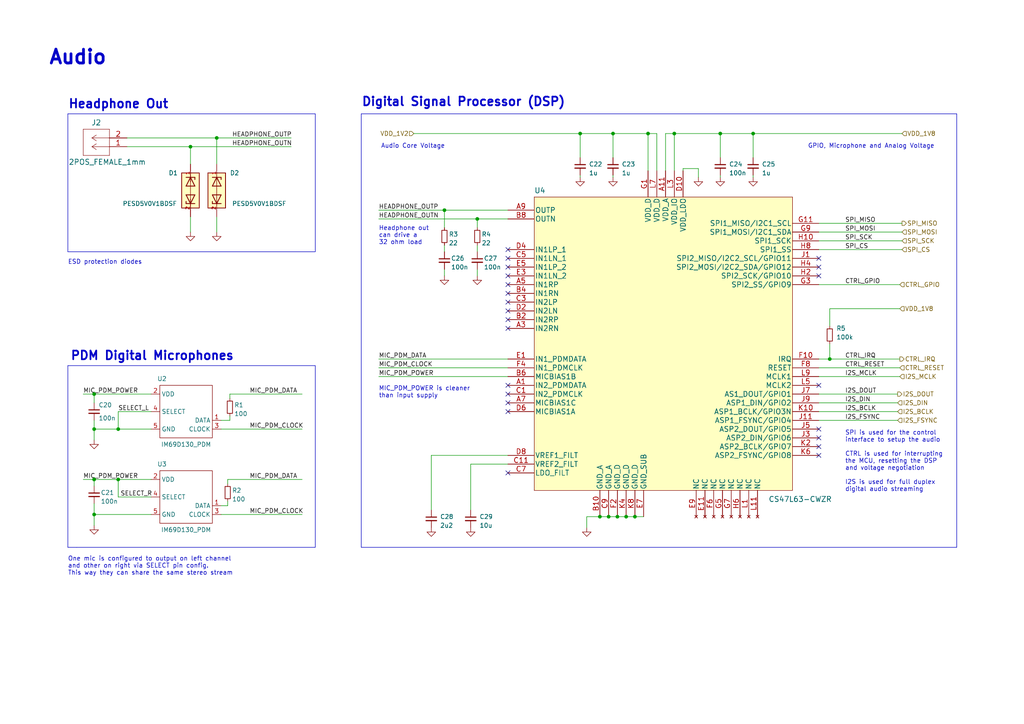
<source format=kicad_sch>
(kicad_sch (version 20231120) (generator "eeschema") (generator_version "8.0")
  (paper "A4")
  (title_block (title "Audio") (date "2023-04-03") (rev "0.1") (company "Yote"))
  (lib_symbols
    (symbol "Connector_Custom:BC075-02-A-L-A" (pin_names (offset 0.254) hide)
      (property "Reference" "J" (at 0 5.588 0))
      (property "Value" "BC075-02-A-L-A" (at 1.27 1.016 0))
      (symbol "BC075-02-A-L-A_1_1"
        (polyline (pts (xy -3.81 -3.81) (xy 3.81 -3.81)) (stroke (width 0.127)))
        (polyline (pts (xy -3.81 3.81) (xy -3.81 -3.81)) (stroke (width 0.127)))
        (polyline (pts (xy 1.27 -1.27) (xy -3.81 -1.27)) (stroke (width 0.127)))
        (polyline (pts (xy 1.27 -1.27) (xy 0 -2.1082)) (stroke (width 0.127)))
        (polyline (pts (xy 1.27 -1.27) (xy 0 -0.4318)) (stroke (width 0.127)))
        (polyline (pts (xy 1.27 1.27) (xy -3.81 1.27)) (stroke (width 0.127)))
        (polyline (pts (xy 1.27 1.27) (xy 0 0.4318)) (stroke (width 0.127)))
        (polyline (pts (xy 1.27 1.27) (xy 0 2.1082)) (stroke (width 0.127)))
        (polyline (pts (xy 3.81 -3.81) (xy 3.81 3.81)) (stroke (width 0.127)))
        (polyline (pts (xy 3.81 3.81) (xy -3.81 3.81)) (stroke (width 0.127)))
        (pin unspecified line (at -8.89 1.27 0) (length 5.08) (name "1") (number "1"))
        (pin unspecified line (at -8.89 -1.27 0) (length 5.08) (name "2") (number "2"))
      )
    )
    (symbol "DSP_Cirrus:CS47L63-CWZR" (pin_names (offset 0.254))
      (property "Reference" "U" (at -36.83 41.91 0))
      (property "Value" "CS47L63-CWZR" (at 40.64 -49.53 0))
      (symbol "CS47L63-CWZR_1_1"
        (rectangle (start -38.1 39.37) (end 36.83 -45.72) (fill (type background)))
        (pin input line (at -45.72 -15.24 0) (length 7.62) (name "IN2_PDMDATA") (number "A1"))
        (pin power_in line (at 0 46.99 270) (length 7.62) (name "VDD_A") (number "A11"))
        (pin input line (at -45.72 1.27 0) (length 7.62) (name "IN2RN") (number "A3"))
        (pin input line (at -45.72 13.97 0) (length 7.62) (name "IN1RP") (number "A5"))
        (pin power_out line (at -45.72 -20.32 0) (length 7.62) (name "MICBIAS1C") (number "A7"))
        (pin output line (at -45.72 35.56 0) (length 7.62) (name "OUTP") (number "A9"))
        (pin power_in line (at -19.05 -53.34 90) (length 7.62) (name "GND_A") (number "B10"))
        (pin input line (at -45.72 3.81 0) (length 7.62) (name "IN2RP") (number "B2"))
        (pin input line (at -45.72 11.43 0) (length 7.62) (name "IN1RN") (number "B4"))
        (pin power_out line (at -45.72 -12.7 0) (length 7.62) (name "MICBIAS1B") (number "B6"))
        (pin output line (at -45.72 33.02 0) (length 7.62) (name "OUTN") (number "B8"))
        (pin output line (at -45.72 -17.78 0) (length 7.62) (name "IN2_PDMCLK") (number "C1"))
        (pin power_out line (at -45.72 -38.1 0) (length 7.62) (name "VREF2_FILT") (number "C11"))
        (pin input line (at -45.72 8.89 0) (length 7.62) (name "IN2LP") (number "C3"))
        (pin input line (at -45.72 21.59 0) (length 7.62) (name "IN1LN_1") (number "C5"))
        (pin power_out line (at -45.72 -40.64 0) (length 7.62) (name "LDO_FILT") (number "C7"))
        (pin power_in line (at -16.51 -53.34 90) (length 7.62) (name "GND_A") (number "C9"))
        (pin power_in line (at 5.08 46.99 270) (length 7.62) (name "VDD_LDO") (number "D10"))
        (pin input line (at -45.72 6.35 0) (length 7.62) (name "IN2LN") (number "D2"))
        (pin input line (at -45.72 24.13 0) (length 7.62) (name "IN1LP_1") (number "D4"))
        (pin power_out line (at -45.72 -22.86 0) (length 7.62) (name "MICBIAS1A") (number "D6"))
        (pin power_out line (at -45.72 -35.56 0) (length 7.62) (name "VREF1_FILT") (number "D8"))
        (pin input line (at -45.72 -7.62 0) (length 7.62) (name "IN1_PDMDATA") (number "E1"))
        (pin no_connect line (at 11.43 -53.34 90) (length 7.62) (name "NC") (number "E11"))
        (pin input line (at -45.72 16.51 0) (length 7.62) (name "IN1LN_2") (number "E3"))
        (pin input line (at -45.72 19.05 0) (length 7.62) (name "IN1LP_2") (number "E5"))
        (pin power_in line (at -6.35 -53.34 90) (length 7.62) (name "GND_SUB") (number "E7"))
        (pin no_connect line (at 8.89 -53.34 90) (length 7.62) (name "NC") (number "E9"))
        (pin output line (at 44.45 -7.62 180) (length 7.62) (name "IRQ") (number "F10"))
        (pin power_in line (at -13.97 -53.34 90) (length 7.62) (name "GND_D") (number "F2"))
        (pin output line (at -45.72 -10.16 0) (length 7.62) (name "IN1_PDMCLK") (number "F4"))
        (pin no_connect line (at 13.97 -53.34 90) (length 7.62) (name "NC") (number "F6"))
        (pin input line (at 44.45 -10.16 180) (length 7.62) (name "RESET") (number "F8"))
        (pin power_in line (at -5.08 46.99 270) (length 7.62) (name "VDD_D") (number "G1"))
        (pin bidirectional line (at 44.45 31.75 180) (length 7.62) (name "SPI1_MISO/I2C1_SCL") (number "G11"))
        (pin bidirectional line (at 44.45 13.97 180) (length 7.62) (name "SPI2_SS/GPIO9") (number "G3"))
        (pin no_connect line (at 16.51 -53.34 90) (length 7.62) (name "NC") (number "G5"))
        (pin no_connect line (at 19.05 -53.34 90) (length 7.62) (name "NC") (number "G7"))
        (pin bidirectional line (at 44.45 29.21 180) (length 7.62) (name "SPI1_MOSI/I2C1_SDA") (number "G9"))
        (pin input line (at 44.45 26.67 180) (length 7.62) (name "SPI1_SCK") (number "H10"))
        (pin bidirectional line (at 44.45 16.51 180) (length 7.62) (name "SPI2_SCK/GPIO10") (number "H2"))
        (pin bidirectional line (at 44.45 19.05 180) (length 7.62) (name "SPI2_MOSI/I2C2_SDA/GPIO12") (number "H4"))
        (pin no_connect line (at 21.59 -53.34 90) (length 7.62) (name "NC") (number "H6"))
        (pin input line (at 44.45 24.13 180) (length 7.62) (name "SPI1_SS") (number "H8"))
        (pin bidirectional line (at 44.45 21.59 180) (length 7.62) (name "SPI2_MISO/I2C2_SCL/GPIO11") (number "J1"))
        (pin bidirectional line (at 44.45 -25.4 180) (length 7.62) (name "ASP1_FSYNC/GPIO4") (number "J11"))
        (pin bidirectional line (at 44.45 -30.48 180) (length 7.62) (name "ASP2_DIN/GPIO6") (number "J3"))
        (pin bidirectional line (at 44.45 -27.94 180) (length 7.62) (name "ASP2_DOUT/GPIO5") (number "J5"))
        (pin output line (at 44.45 -17.78 180) (length 7.62) (name "AS1_DOUT/GPIO1") (number "J7"))
        (pin input line (at 44.45 -20.32 180) (length 7.62) (name "ASP1_DIN/GPIO2") (number "J9"))
        (pin bidirectional line (at 44.45 -22.86 180) (length 7.62) (name "ASP1_BCLK/GPIO3N") (number "K10"))
        (pin bidirectional line (at 44.45 -33.02 180) (length 7.62) (name "ASP2_BCLK/GPIO7") (number "K2"))
        (pin power_in line (at -11.43 -53.34 90) (length 7.62) (name "GND_D") (number "K4"))
        (pin bidirectional line (at 44.45 -35.56 180) (length 7.62) (name "ASP2_FSYNC/GPIO8") (number "K6"))
        (pin power_in line (at -8.89 -53.34 90) (length 7.62) (name "GND_D") (number "K8"))
        (pin no_connect line (at 24.13 -53.34 90) (length 7.62) (name "NC") (number "L1"))
        (pin no_connect line (at 26.67 -53.34 90) (length 7.62) (name "NC") (number "L11"))
        (pin power_in line (at 2.54 46.99 270) (length 7.62) (name "VDD_IO") (number "L3"))
        (pin input line (at 44.45 -15.24 180) (length 7.62) (name "MCLK2") (number "L5"))
        (pin power_in line (at -2.54 46.99 270) (length 7.62) (name "VDD_D") (number "L7"))
        (pin input line (at 44.45 -12.7 180) (length 7.62) (name "MCLK1") (number "L9"))
      )
    )
    (symbol "Device:C_Small" (pin_numbers hide) (pin_names (offset 0.254) hide)
      (property "Reference" "C" (at 0.254 1.778 0))
      (property "Value" "C_Small" (at 0.254 -2.032 0))
      (symbol "C_Small_0_1"
        (polyline (pts (xy -1.524 -0.508) (xy 1.524 -0.508)) (stroke (width 0.3302)))
        (polyline (pts (xy -1.524 0.508) (xy 1.524 0.508)) (stroke (width 0.3048)))
      )
      (symbol "C_Small_1_1"
        (pin passive line (at 0 2.54 270) (length 2.032) (name "~") (number "1"))
        (pin passive line (at 0 -2.54 90) (length 2.032) (name "~") (number "2"))
      )
    )
    (symbol "Device:R_Small" (pin_numbers hide) (pin_names (offset 0.254) hide)
      (property "Reference" "R" (at 0.762 0.508 0))
      (property "Value" "R_Small" (at 0.762 -1.016 0))
      (symbol "R_Small_0_1"
        (rectangle (start -0.762 1.778) (end 0.762 -1.778) (stroke (width 0.2032)))
      )
      (symbol "R_Small_1_1"
        (pin passive line (at 0 2.54 270) (length 0.762) (name "~") (number "1"))
        (pin passive line (at 0 -2.54 90) (length 0.762) (name "~") (number "2"))
      )
    )
    (symbol "ESD_Protection_Custom:PESD5V0V1BDSF" (pin_names (offset 1.016))
      (property "Reference" "D" (at -4.826 4.445 0))
      (property "Value" "PESD5V0V1BDSF" (at -4.826 -5.969 0))
      (symbol "PESD5V0V1BDSF_0_0"
        (rectangle (start -5.08 2.54) (end 5.08 -2.54) (stroke (width 0.254)) (fill (type background)))
        (polyline (pts (xy -3.81 -1.27) (xy -3.81 0)) (stroke (width 0.254)))
        (polyline (pts (xy -3.81 0) (xy -3.81 1.27)) (stroke (width 0.254)))
        (polyline (pts (xy -3.81 0) (xy -1.27 -1.27)) (stroke (width 0.254)))
        (polyline (pts (xy -3.81 1.27) (xy -3.175 1.27)) (stroke (width 0.254)))
        (polyline (pts (xy -1.27 -1.27) (xy -1.27 1.27)) (stroke (width 0.254)))
        (polyline (pts (xy -1.27 1.27) (xy -3.81 0)) (stroke (width 0.254)))
        (polyline (pts (xy 1.27 -1.27) (xy 3.81 0)) (stroke (width 0.254)))
        (polyline (pts (xy 1.27 1.27) (xy 1.27 -1.27)) (stroke (width 0.254)))
        (polyline (pts (xy 2.54 0) (xy -2.54 0)) (stroke (width 0.1524)))
        (polyline (pts (xy 3.81 -1.27) (xy 3.175 -1.27)) (stroke (width 0.254)))
        (polyline (pts (xy 3.81 0) (xy 1.27 1.27)) (stroke (width 0.254)))
        (polyline (pts (xy 3.81 0) (xy 3.81 -1.27)) (stroke (width 0.254)))
        (polyline (pts (xy 3.81 1.27) (xy 3.81 0)) (stroke (width 0.254)))
        (pin passive line (at -7.62 0 0) (length 5.08) (name "~") (number "1"))
        (pin passive line (at 7.62 0 180) (length 5.08) (name "~") (number "2"))
      )
    )
    (symbol "IM69D130_PDM_1"
      (property "Reference" "U" (at -7.62 8.89 0))
      (property "Value" "IM69D130_PDM" (at 0 -8.89 0))
      (symbol "IM69D130_PDM_1_0_1"
        (rectangle (start -7.62 7.62) (end 7.62 -7.62))
        (rectangle (start -1.27 0) (end -1.27 0))
      )
      (symbol "IM69D130_PDM_1_1_1"
        (pin output line (at 10.16 -2.54 180) (length 2.54) (name "DATA") (number "1"))
        (pin power_in line (at -10.16 5.08 0) (length 2.54) (name "VDD") (number "2"))
        (pin input line (at 10.16 -5.08 180) (length 2.54) (name "CLOCK") (number "3"))
        (pin input line (at -10.16 0 0) (length 2.54) (name "SELECT") (number "4"))
        (pin power_in line (at -10.16 -5.08 0) (length 2.54) (name "GND") (number "5"))
      )
    )
    (symbol "Microphone_Custom:IM69D130_PDM"
      (property "Reference" "U" (at -7.62 8.89 0))
      (property "Value" "IM69D130_PDM" (at 0 -8.89 0))
      (symbol "IM69D130_PDM_0_1"
        (rectangle (start -7.62 7.62) (end 7.62 -7.62))
        (rectangle (start -1.27 0) (end -1.27 0))
      )
      (symbol "IM69D130_PDM_1_1"
        (pin output line (at 10.16 -2.54 180) (length 2.54) (name "DATA") (number "1"))
        (pin power_in line (at -10.16 5.08 0) (length 2.54) (name "VDD") (number "2"))
        (pin input line (at 10.16 -5.08 180) (length 2.54) (name "CLOCK") (number "3"))
        (pin input line (at -10.16 0 0) (length 2.54) (name "SELECT") (number "4"))
        (pin power_in line (at -10.16 -5.08 0) (length 2.54) (name "GND") (number "5"))
      )
    )
    (symbol "power:GND" (power) (pin_names (offset 0))
      (property "Value" "GND" (at 0 -3.81 0))
      (symbol "GND_0_1"
        (polyline (pts (xy 0 0) (xy 0 -1.27) (xy 1.27 -1.27) (xy 0 -2.54) (xy -1.27 -1.27) (xy 0 -1.27)))
      )
      (symbol "GND_1_1"
        (pin power_in line (at 0 0 270) (length 0) hide (name "GND") (number "1"))
      )
    )
  )
  (junction (at 27.305 114.3))
  (junction (at 138.43 63.5))
  (junction (at 173.99 149.86))
  (junction (at 181.61 149.86))
  (junction (at 208.915 38.735))
  (junction (at 27.305 149.225))
  (junction (at 187.96 38.735))
  (junction (at 55.245 42.545))
  (junction (at 128.905 60.96))
  (junction (at 27.305 139.065))
  (junction (at 240.665 104.14))
  (junction (at 168.275 38.735))
  (junction (at 218.44 38.735))
  (junction (at 195.58 38.735))
  (junction (at 62.865 40.005))
  (junction (at 184.15 149.86))
  (junction (at 177.8 38.735))
  (junction (at 34.29 124.46))
  (junction (at 179.07 149.86))
  (junction (at 176.53 149.86))
  (junction (at 27.305 124.46))
  (junction (at 34.29 139.065))
  (no_connect (at 147.32 90.17))
  (no_connect (at 237.49 129.54))
  (no_connect (at 147.32 119.38))
  (no_connect (at 237.49 111.76))
  (no_connect (at 237.49 124.46))
  (no_connect (at 147.32 74.93))
  (no_connect (at 147.32 85.09))
  (no_connect (at 237.49 132.08))
  (no_connect (at 147.32 137.16))
  (no_connect (at 237.49 77.47))
  (no_connect (at 147.32 87.63))
  (no_connect (at 147.32 82.55))
  (no_connect (at 147.32 80.01))
  (no_connect (at 237.49 80.01))
  (no_connect (at 147.32 72.39))
  (no_connect (at 237.49 127))
  (no_connect (at 237.49 74.93))
  (no_connect (at 147.32 116.84))
  (no_connect (at 147.32 114.3))
  (no_connect (at 147.32 95.25))
  (no_connect (at 147.32 77.47))
  (no_connect (at 147.32 111.76))
  (no_connect (at 147.32 92.71))
  (wire (pts (xy 27.305 146.05) (xy 27.305 149.225)))
  (wire (pts (xy 128.905 60.96) (xy 147.32 60.96)))
  (wire (pts (xy 62.865 40.005) (xy 62.865 47.625)))
  (wire (pts (xy 138.43 78.105) (xy 138.43 80.01)))
  (wire (pts (xy 170.18 149.86) (xy 170.18 153.035)))
  (wire (pts (xy 208.915 38.735) (xy 218.44 38.735)))
  (wire (pts (xy 168.275 51.435) (xy 168.275 50.8)))
  (wire (pts (xy 125.095 132.08) (xy 125.095 147.955)))
  (polyline (pts (xy 104.775 158.75) (xy 277.495 158.75)))
  (wire (pts (xy 138.43 71.12) (xy 138.43 73.025)))
  (polyline (pts (xy 91.44 73.025) (xy 91.44 33.02)))
  (wire (pts (xy 62.865 62.865) (xy 62.865 67.31)))
  (wire (pts (xy 237.49 106.68) (xy 260.985 106.68)))
  (wire (pts (xy 27.305 114.3) (xy 27.305 116.84)))
  (wire (pts (xy 109.855 109.22) (xy 147.32 109.22)))
  (wire (pts (xy 66.04 146.685) (xy 64.135 146.685)))
  (wire (pts (xy 36.83 40.005) (xy 62.865 40.005)))
  (wire (pts (xy 190.5 38.735) (xy 190.5 49.53)))
  (wire (pts (xy 66.675 114.3) (xy 87.63 114.3)))
  (wire (pts (xy 109.855 60.96) (xy 128.905 60.96)))
  (wire (pts (xy 181.61 149.86) (xy 179.07 149.86)))
  (wire (pts (xy 34.29 124.46) (xy 43.815 124.46)))
  (wire (pts (xy 136.525 134.62) (xy 136.525 147.955)))
  (wire (pts (xy 147.32 132.08) (xy 125.095 132.08)))
  (wire (pts (xy 27.305 124.46) (xy 27.305 127.635)))
  (wire (pts (xy 66.04 139.065) (xy 87.63 139.065)))
  (wire (pts (xy 237.49 82.55) (xy 260.985 82.55)))
  (wire (pts (xy 27.305 121.92) (xy 27.305 124.46)))
  (wire (pts (xy 66.675 115.57) (xy 66.675 114.3)))
  (wire (pts (xy 237.49 114.3) (xy 260.35 114.3)))
  (wire (pts (xy 24.13 114.3) (xy 27.305 114.3)))
  (wire (pts (xy 184.15 149.86) (xy 181.61 149.86)))
  (wire (pts (xy 64.135 149.225) (xy 87.63 149.225)))
  (wire (pts (xy 147.32 134.62) (xy 136.525 134.62)))
  (wire (pts (xy 66.04 145.415) (xy 66.04 146.685)))
  (wire (pts (xy 168.275 38.735) (xy 168.275 45.72)))
  (wire (pts (xy 109.855 106.68) (xy 147.32 106.68)))
  (wire (pts (xy 55.245 62.865) (xy 55.245 67.31)))
  (wire (pts (xy 120.015 38.735) (xy 168.275 38.735)))
  (wire (pts (xy 195.58 38.735) (xy 195.58 49.53)))
  (wire (pts (xy 27.305 114.3) (xy 43.815 114.3)))
  (wire (pts (xy 237.49 109.22) (xy 260.985 109.22)))
  (wire (pts (xy 27.305 139.065) (xy 27.305 140.97)))
  (polyline (pts (xy 19.685 33.02) (xy 91.44 33.02)))
  (wire (pts (xy 27.305 124.46) (xy 34.29 124.46)))
  (wire (pts (xy 138.43 63.5) (xy 147.32 63.5)))
  (polyline (pts (xy 19.685 158.75) (xy 22.225 158.75)))
  (wire (pts (xy 237.49 67.31) (xy 261.62 67.31)))
  (wire (pts (xy 193.04 49.53) (xy 193.04 38.735)))
  (polyline (pts (xy 104.775 33.02) (xy 277.495 33.02)))
  (wire (pts (xy 218.44 51.435) (xy 218.44 50.8)))
  (wire (pts (xy 177.8 38.735) (xy 177.8 45.72)))
  (wire (pts (xy 66.675 120.65) (xy 66.675 121.92)))
  (wire (pts (xy 109.855 63.5) (xy 138.43 63.5)))
  (wire (pts (xy 55.245 42.545) (xy 84.455 42.545)))
  (wire (pts (xy 237.49 72.39) (xy 261.62 72.39)))
  (wire (pts (xy 208.915 38.735) (xy 208.915 45.72)))
  (wire (pts (xy 202.565 48.895) (xy 198.12 48.895)))
  (wire (pts (xy 27.305 149.225) (xy 43.815 149.225)))
  (polyline (pts (xy 19.685 73.025) (xy 91.44 73.025)))
  (wire (pts (xy 168.275 38.735) (xy 177.8 38.735)))
  (wire (pts (xy 240.665 89.535) (xy 240.665 94.615)))
  (wire (pts (xy 55.245 42.545) (xy 55.245 47.625)))
  (wire (pts (xy 128.905 71.12) (xy 128.905 73.025)))
  (wire (pts (xy 34.29 144.145) (xy 43.815 144.145)))
  (polyline (pts (xy 91.44 106.045) (xy 19.685 106.045)))
  (polyline (pts (xy 22.225 158.75) (xy 91.44 158.75)))
  (wire (pts (xy 237.49 119.38) (xy 260.35 119.38)))
  (wire (pts (xy 27.305 149.225) (xy 27.305 152.4)))
  (wire (pts (xy 62.865 40.005) (xy 84.455 40.005)))
  (wire (pts (xy 218.44 38.735) (xy 261.62 38.735)))
  (wire (pts (xy 173.99 149.86) (xy 170.18 149.86)))
  (wire (pts (xy 34.29 139.065) (xy 43.815 139.065)))
  (wire (pts (xy 237.49 121.92) (xy 260.35 121.92)))
  (wire (pts (xy 198.12 49.53) (xy 198.12 48.895)))
  (wire (pts (xy 66.04 139.065) (xy 66.04 140.335)))
  (wire (pts (xy 27.305 139.065) (xy 34.29 139.065)))
  (wire (pts (xy 240.665 104.14) (xy 260.985 104.14)))
  (wire (pts (xy 138.43 63.5) (xy 138.43 66.04)))
  (wire (pts (xy 109.855 104.14) (xy 147.32 104.14)))
  (wire (pts (xy 34.29 119.38) (xy 34.29 124.46)))
  (wire (pts (xy 240.665 99.695) (xy 240.665 104.14)))
  (wire (pts (xy 34.29 119.38) (xy 43.815 119.38)))
  (polyline (pts (xy 19.685 106.045) (xy 19.685 158.75)))
  (wire (pts (xy 218.44 38.735) (xy 218.44 45.72)))
  (wire (pts (xy 237.49 69.85) (xy 261.62 69.85)))
  (wire (pts (xy 237.49 64.77) (xy 261.62 64.77)))
  (wire (pts (xy 187.96 38.735) (xy 190.5 38.735)))
  (wire (pts (xy 179.07 149.86) (xy 176.53 149.86)))
  (wire (pts (xy 176.53 149.86) (xy 173.99 149.86)))
  (wire (pts (xy 64.135 124.46) (xy 87.63 124.46)))
  (wire (pts (xy 208.915 51.435) (xy 208.915 50.8)))
  (wire (pts (xy 24.13 139.065) (xy 27.305 139.065)))
  (wire (pts (xy 187.96 38.735) (xy 187.96 49.53)))
  (wire (pts (xy 128.905 60.96) (xy 128.905 66.04)))
  (polyline (pts (xy 19.685 33.02) (xy 19.685 73.025)))
  (wire (pts (xy 66.675 121.92) (xy 64.135 121.92)))
  (wire (pts (xy 237.49 116.84) (xy 260.35 116.84)))
  (wire (pts (xy 34.29 139.065) (xy 34.29 144.145)))
  (wire (pts (xy 177.8 38.735) (xy 187.96 38.735)))
  (polyline (pts (xy 277.495 158.75) (xy 277.495 33.02)))
  (wire (pts (xy 36.83 42.545) (xy 55.245 42.545)))
  (wire (pts (xy 128.905 80.01) (xy 128.905 78.105)))
  (polyline (pts (xy 91.44 158.75) (xy 91.44 106.045)))
  (wire (pts (xy 240.665 89.535) (xy 260.985 89.535)))
  (wire (pts (xy 186.69 149.86) (xy 184.15 149.86)))
  (wire (pts (xy 193.04 38.735) (xy 195.58 38.735)))
  (wire (pts (xy 195.58 38.735) (xy 208.915 38.735)))
  (polyline (pts (xy 104.775 33.02) (xy 104.775 158.75)))
  (wire (pts (xy 202.565 48.895) (xy 202.565 51.435)))
  (wire (pts (xy 177.8 51.435) (xy 177.8 50.8)))
  (wire (pts (xy 237.49 104.14) (xy 240.665 104.14)))
  (text "Digital Signal Processor (DSP)" (at 104.775 31.115 0) (effects (font (size 2.5 2.5) (thickness 0.5) (bold yes)) (justify left bottom)))
  (text "One mic is configured to output on left channel \nand other on right via SELECT pin config.\nThis way they can share the same stereo stream" (at 19.685 167.005 0) (effects (font (size 1.27 1.27)) (justify left bottom)))
  (text "SPI is used for the control \ninterface to setup the audio\n\nCTRL is used for interrupting\nthe MCU, resetting the DSP\nand voltage negotiation\n\nI2S is used for full duplex \ndigital audio streaming\n\n" (at 245.11 144.78 0) (effects (font (size 1.27 1.27)) (justify left bottom)))
  (text "GPIO, Microphone and Analog Voltage" (at 234.315 43.18 0) (effects (font (size 1.27 1.27)) (justify left bottom)))
  (text "Audio Core Voltage" (at 110.49 43.18 0) (effects (font (size 1.27 1.27)) (justify left bottom)))
  (text "Audio" (at 13.97 19.05 0) (effects (font (size 4 4) (thickness 0.8) (bold yes)) (justify left bottom)))
  (text "Headphone out \ncan drive a \n32 ohm load" (at 109.855 71.12 0) (effects (font (size 1.27 1.27)) (justify left bottom)))
  (text "Headphone Out" (at 19.685 31.75 0) (effects (font (size 2.5 2.5) (thickness 0.5) (bold yes)) (justify left bottom)))
  (text "ESD protection diodes" (at 19.685 76.835 0) (effects (font (size 1.27 1.27)) (justify left bottom)))
  (text "MIC_PDM_POWER is cleaner \nthan input supply" (at 109.855 115.57 0) (effects (font (size 1.27 1.27)) (justify left bottom)))
  (text "PDM Digital Microphones" (at 20.32 104.775 0) (effects (font (size 2.5 2.5) (thickness 0.5) (bold yes)) (justify left bottom)))
  (label "CTRL_GPIO" (at 245.11 82.55 0))
  (label "MIC_PDM_CLOCK" (at 72.39 149.225 0))
  (label "SPI_MISO" (at 245.11 64.77 0))
  (label "SELECT_L" (at 34.29 119.38 0))
  (label "SPI_MOSI" (at 245.11 67.31 0))
  (label "CTRL_IRQ" (at 245.11 104.14 0))
  (label "SPI_CS" (at 245.11 72.39 0))
  (label "HEADPHONE_OUTN" (at 67.31 42.545 0))
  (label "I2S_BCLK" (at 245.11 119.38 0))
  (label "HEADPHONE_OUTP" (at 109.855 60.96 0))
  (label "I2S_MCLK" (at 245.11 109.22 0))
  (label "MIC_PDM_POWER" (at 24.13 139.065 0))
  (label "MIC_PDM_CLOCK" (at 109.855 106.68 0))
  (label "MIC_PDM_DATA" (at 72.39 114.3 0))
  (label "MIC_PDM_POWER" (at 24.13 114.3 0))
  (label "HEADPHONE_OUTN" (at 109.855 63.5 0))
  (label "HEADPHONE_OUTP" (at 67.31 40.005 0))
  (label "MIC_PDM_POWER" (at 109.855 109.22 0))
  (label "I2S_FSYNC" (at 245.11 121.92 0))
  (label "SELECT_R" (at 34.925 144.145 0))
  (label "CTRL_RESET" (at 245.11 106.68 0))
  (label "I2S_DOUT" (at 245.11 114.3 0))
  (label "MIC_PDM_CLOCK" (at 72.39 124.46 0))
  (label "I2S_DIN" (at 245.11 116.84 0))
  (label "MIC_PDM_DATA" (at 109.855 104.14 0))
  (label "MIC_PDM_DATA" (at 72.39 139.065 0))
  (label "SPI_SCK" (at 245.11 69.85 0))
  (hierarchical_label "I2S_DOUT" (shape output) (at 260.35 114.3 0))
  (hierarchical_label "CTRL_RESET" (shape input) (at 260.985 106.68 0))
  (hierarchical_label "I2S_MCLK" (shape input) (at 260.985 109.22 0))
  (hierarchical_label "VDD_1V2" (shape input) (at 120.015 38.735 180))
  (hierarchical_label "I2S_DIN" (shape input) (at 260.35 116.84 0))
  (hierarchical_label "I2S_BCLK" (shape input) (at 260.35 119.38 0))
  (hierarchical_label "CTRL_GPIO" (shape input) (at 260.985 82.55 0))
  (hierarchical_label "SPI_SCK" (shape input) (at 261.62 69.85 0))
  (hierarchical_label "SPI_CS" (shape input) (at 261.62 72.39 0))
  (hierarchical_label "CTRL_IRQ" (shape output) (at 260.985 104.14 0))
  (hierarchical_label "I2S_FSYNC" (shape input) (at 260.35 121.92 0))
  (hierarchical_label "SPI_MOSI" (shape input) (at 261.62 67.31 0))
  (hierarchical_label "VDD_1V8" (shape input) (at 261.62 38.735 0))
  (hierarchical_label "SPI_MISO" (shape output) (at 261.62 64.77 0))
  (hierarchical_label "VDD_1V8" (shape input) (at 260.985 89.535 0))
  (symbol (lib_id "Device:C_Small") (at 125.095 150.495 0) (unit 1)
    (property "Reference" "C28" (at 127.635 149.8663 0) (effects (justify left)))
    (property "Value" "2u2" (at 127.635 152.4063 0) (effects (justify left)))
    (property "Footprint" "nrf5340:C_0402_1005Metric_Square" (effects (hide yes)))
    (property "MANUFACTURER" "Murata Electronics" (effects (hide yes)))
    (property "Mfg Part #" "GRM155R61A225KE95D" (effects (hide yes)))
    (property "Notes" "Capacitor, X5R, ±20%" (effects (hide yes)))
    (property "PACKAGE" "0402" (effects (hide yes)))
  )
  (symbol (lib_id "power:GND") (at 168.275 51.435 0) (unit 1)
    (property "Reference" "#PWR031" (effects (hide yes)))
    (property "Value" "GND" (effects (hide yes)))
  )
  (symbol (lib_id "DSP_Cirrus:CS47L63-CWZR") (at 193.04 96.52 0) (unit 1)
    (property "Reference" "U4" (at 154.94 55.245 0) (effects (font (size 1.524 1.524)) (justify left)))
    (property "Value" "CS47L63-CWZR" (at 222.885 144.78 0) (effects (font (size 1.524 1.524)) (justify left)))
    (property "Footprint" "nrf5340:CS47L63-CWZR" (effects (hide yes)))
    (property "MANUFACTURER" "Cirrus Logic" (effects (hide yes)))
    (property "Mfg Part #" "CS47L63-CWZR" (effects (hide yes)))
    (property "Notes" "CS47L63 digital signal processing IC" (effects (hide yes)))
    (property "PACKAGE" "SMD" (effects (hide yes)))
  )
  (symbol (lib_id "Device:C_Small") (at 208.915 48.26 0) (unit 1)
    (property "Reference" "C24" (at 211.455 47.6313 0) (effects (justify left)))
    (property "Value" "100n" (at 211.455 50.1713 0) (effects (justify left)))
    (property "Footprint" "nrf5340:C_0201_0603Metric_Square" (effects (hide yes)))
    (property "MANUFACTURER" "Murata Electronics" (effects (hide yes)))
    (property "Mfg Part #" "GRM033R61A104KE15D" (effects (hide yes)))
    (property "Notes" "Capacitor, X5R, ±10%" (effects (hide yes)))
    (property "PACKAGE" "0201" (effects (hide yes)))
  )
  (symbol (lib_id "Device:R_Small") (at 240.665 97.155 180) (unit 1)
    (property "Reference" "R5" (at 242.57 95.25 0) (effects (justify right)))
    (property "Value" "100k" (at 242.57 97.79 0) (effects (justify right)))
    (property "Footprint" "nrf5340:R_0201_0603Metric_Square" (effects (hide yes)))
    (property "MANUFACTURER" "YAGEO" (effects (hide yes)))
    (property "Mfg Part #" "RC0201FR-07100KL" (effects (hide yes)))
    (property "Notes" "Resistor" (effects (hide yes)))
    (property "PACKAGE" "0201" (effects (hide yes)))
  )
  (symbol (lib_id "power:GND") (at 27.305 152.4 0) (unit 1)
    (property "Reference" "#PWR041" (effects (hide yes)))
    (property "Value" "GND" (effects (hide yes)))
  )
  (symbol (lib_id "Device:C_Small") (at 177.8 48.26 0) (unit 1)
    (property "Reference" "C23" (at 180.34 47.6313 0) (effects (justify left)))
    (property "Value" "1u" (at 180.34 50.1713 0) (effects (justify left)))
    (property "Footprint" "nrf5340:C_0402_1005Metric_Square" (effects (hide yes)))
    (property "MANUFACTURER" "Murata Electronics" (effects (hide yes)))
    (property "Mfg Part #" "GRM155R60J105KE19D" (effects (hide yes)))
    (property "Notes" "Capacitor, X5R, ±10%, 6.3V" (effects (hide yes)))
    (property "PACKAGE" "0402" (effects (hide yes)))
  )
  (symbol (lib_id "power:GND") (at 218.44 51.435 0) (unit 1)
    (property "Reference" "#PWR035" (effects (hide yes)))
    (property "Value" "GND" (effects (hide yes)))
  )
  (symbol (lib_id "Device:C_Small") (at 218.44 48.26 0) (unit 1)
    (property "Reference" "C25" (at 220.98 47.6313 0) (effects (justify left)))
    (property "Value" "1u" (at 220.98 50.1713 0) (effects (justify left)))
    (property "Footprint" "nrf5340:C_0402_1005Metric_Square" (effects (hide yes)))
    (property "MANUFACTURER" "Murata Electronics" (effects (hide yes)))
    (property "Mfg Part #" "GRM155R60J105KE19D" (effects (hide yes)))
    (property "Notes" "Capacitor, X5R, ±10%, 6.3V" (effects (hide yes)))
    (property "PACKAGE" "0402" (effects (hide yes)))
  )
  (symbol (lib_id "power:GND") (at 136.525 153.035 0) (unit 1)
    (property "Reference" "#PWR043" (effects (hide yes)))
    (property "Value" "GND" (effects (hide yes)))
  )
  (symbol (lib_id "power:GND") (at 125.095 153.035 0) (unit 1)
    (property "Reference" "#PWR042" (effects (hide yes)))
    (property "Value" "GND" (effects (hide yes)))
  )
  (symbol (lib_id "power:GND") (at 170.18 153.035 0) (unit 1)
    (property "Reference" "#PWR044" (effects (hide yes)))
    (property "Value" "GND" (effects (hide yes)))
  )
  (symbol (lib_id "ESD_Protection_Custom:PESD5V0V1BDSF") (at 62.865 55.245 270) (unit 1)
    (property "Reference" "D2" (at 66.675 50.165 90) (effects (justify left)))
    (property "Value" "PESD5V0V1BDSF" (at 67.31 59.055 90) (effects (justify left)))
    (property "Footprint" "nrf5340:D_0603_1608Metric_Square" (effects (hide yes)))
    (property "MANUFACTURER" "Nexperia" (effects (hide yes)))
    (property "Mfg Part #" "PESD5V0V1BDSF,315" (effects (hide yes)))
    (property "Notes" "Very low capacitance bidirectional ESD protection diode" (effects (hide yes)))
    (property "PACKAGE" "0603" (effects (hide yes)))
  )
  (symbol (lib_id "Device:C_Small") (at 136.525 150.495 0) (unit 1)
    (property "Reference" "C29" (at 139.065 149.8663 0) (effects (justify left)))
    (property "Value" "10u" (at 139.065 152.4063 0) (effects (justify left)))
    (property "Footprint" "nrf5340:C_0603_1608Metric_Square" (effects (hide yes)))
    (property "MANUFACTURER" "Murata Electronics" (effects (hide yes)))
    (property "Mfg Part #" "GRM188R61A106KE69D" (effects (hide yes)))
    (property "Notes" "Capacitor, Ceramic, X5R, ±20%, 10V" (effects (hide yes)))
    (property "PACKAGE" "0603" (effects (hide yes)))
  )
  (symbol (lib_id "Device:R_Small") (at 66.675 118.11 0) (unit 1)
    (property "Reference" "R1" (at 67.945 117.475 0) (effects (justify left)))
    (property "Value" "100" (at 67.945 120.015 0) (effects (justify left)))
    (property "Footprint" "nrf5340:R_0201_0603Metric_Square" (effects (hide yes)))
    (property "MANUFACTURER" "YAGEO" (effects (hide yes)))
    (property "Mfg Part #" "RC0201FR-07100RL" (effects (hide yes)))
    (property "Notes" "Resistor" (effects (hide yes)))
    (property "PACKAGE" "0201" (effects (hide yes)))
  )
  (symbol (lib_id "power:GND") (at 62.865 67.31 0) (unit 1)
    (property "Reference" "#PWR037" (effects (hide yes)))
    (property "Value" "GND" (effects (hide yes)))
  )
  (symbol (lib_id "power:GND") (at 27.305 127.635 0) (unit 1)
    (property "Reference" "#PWR040" (effects (hide yes)))
    (property "Value" "GND" (effects (hide yes)))
  )
  (symbol (lib_id "Device:R_Small") (at 128.905 68.58 0) (unit 1)
    (property "Reference" "R3" (at 130.175 67.945 0) (effects (justify left)))
    (property "Value" "22" (at 130.175 70.485 0) (effects (justify left)))
    (property "Footprint" "nrf5340:R_0201_0603Metric_Square" (effects (hide yes)))
    (property "MANUFACTURER" "YAGEO" (effects (hide yes)))
    (property "Mfg Part #" "RC0201FR-0722RL" (effects (hide yes)))
    (property "Notes" "Resistor" (effects (hide yes)))
    (property "PACKAGE" "0201" (effects (hide yes)))
  )
  (symbol (lib_id "power:GND") (at 128.905 80.01 0) (unit 1)
    (property "Reference" "#PWR038" (effects (hide yes)))
    (property "Value" "GND" (effects (hide yes)))
  )
  (symbol (lib_id "power:GND") (at 208.915 51.435 0) (unit 1)
    (property "Reference" "#PWR034" (effects (hide yes)))
    (property "Value" "GND" (effects (hide yes)))
  )
  (symbol (lib_id "Microphone_Custom:IM69D130_PDM") (at 53.975 144.145 0) (unit 1)
    (property "Reference" "U3" (at 46.99 134.62 0))
    (property "Value" "IM69D130_PDM" (at 53.975 153.67 0))
    (property "Footprint" "nrf5340:MIC_IM69D130V01XTSA1_PadFix_Round" (effects (hide yes)))
    (property "MANUFACTURER" "Infineon Technologies" (effects (hide yes)))
    (property "Mfg Part #" "IM69D130V01XTSA1" (effects (hide yes)))
    (property "Notes" "IM69D130 PDM microphone" (effects (hide yes)))
    (property "PACKAGE" "SMD" (effects (hide yes)))
  )
  (symbol (lib_name "IM69D130_PDM_1") (lib_id "Microphone_Custom:IM69D130_PDM") (at 53.975 119.38 0) (unit 1)
    (property "Reference" "U2" (at 46.99 109.855 0))
    (property "Value" "IM69D130_PDM" (at 53.975 128.905 0))
    (property "Footprint" "nrf5340:MIC_IM69D130V01XTSA1_PadFix_Round" (effects (hide yes)))
    (property "MANUFACTURER" "Infineon Technologies" (effects (hide yes)))
    (property "Mfg Part #" "IM69D130V01XTSA1" (effects (hide yes)))
    (property "Notes" "IM69D130 PDM microphone" (effects (hide yes)))
    (property "PACKAGE" "SMD" (effects (hide yes)))
  )
  (symbol (lib_id "power:GND") (at 55.245 67.31 0) (unit 1)
    (property "Reference" "#PWR036" (effects (hide yes)))
    (property "Value" "GND" (effects (hide yes)))
  )
  (symbol (lib_id "Device:C_Small") (at 128.905 75.565 0) (unit 1)
    (property "Reference" "C26" (at 130.81 74.9363 0) (effects (justify left)))
    (property "Value" "100n" (at 130.81 77.4763 0) (effects (justify left)))
    (property "Footprint" "nrf5340:C_0201_0603Metric_Square" (effects (hide yes)))
    (property "MANUFACTURER" "Murata Electronics" (effects (hide yes)))
    (property "Mfg Part #" "GRM033R61A104KE15D" (effects (hide yes)))
    (property "Notes" "Capacitor, X5R, ±10%" (effects (hide yes)))
    (property "PACKAGE" "0201" (effects (hide yes)))
  )
  (symbol (lib_id "power:GND") (at 202.565 51.435 0) (unit 1)
    (property "Reference" "#PWR033" (effects (hide yes)))
    (property "Value" "GND" (effects (hide yes)))
  )
  (symbol (lib_id "Connector_Custom:BC075-02-A-L-A") (at 27.94 41.275 180) (unit 1)
    (property "Reference" "J2" (at 27.94 35.56 0) (effects (font (size 1.524 1.524))))
    (property "Value" "2POS_FEMALE_1mm" (at 31.115 46.99 0) (effects (font (size 1.524 1.524))))
    (property "Footprint" "nrf5340:BC075-02-A-L-A" (effects (hide yes)))
    (property "MANUFACTURER" "GCT" (effects (hide yes)))
    (property "Mfg Part #" "BC075-02-A-L-A" (effects (hide yes)))
    (property "Notes" "2POS 1.0MM PITCH SOCKET, SIL, SM" (effects (hide yes)))
    (property "PACKAGE" "SMD" (effects (hide yes)))
  )
  (symbol (lib_id "power:GND") (at 177.8 51.435 0) (unit 1)
    (property "Reference" "#PWR032" (effects (hide yes)))
    (property "Value" "GND" (effects (hide yes)))
  )
  (symbol (lib_id "Device:R_Small") (at 66.04 142.875 0) (unit 1)
    (property "Reference" "R2" (at 67.31 142.24 0) (effects (justify left)))
    (property "Value" "100" (at 67.31 144.78 0) (effects (justify left)))
    (property "Footprint" "nrf5340:R_0201_0603Metric_Square" (effects (hide yes)))
    (property "MANUFACTURER" "YAGEO" (effects (hide yes)))
    (property "Mfg Part #" "RC0201FR-07100RL" (effects (hide yes)))
    (property "Notes" "Resistor" (effects (hide yes)))
    (property "PACKAGE" "0201" (effects (hide yes)))
  )
  (symbol (lib_id "Device:C_Small") (at 138.43 75.565 0) (unit 1)
    (property "Reference" "C27" (at 140.335 74.93 0) (effects (justify left)))
    (property "Value" "100n" (at 140.335 77.47 0) (effects (justify left)))
    (property "Footprint" "nrf5340:C_0201_0603Metric_Square" (effects (hide yes)))
    (property "MANUFACTURER" "Murata Electronics" (effects (hide yes)))
    (property "Mfg Part #" "GRM033R61A104KE15D" (effects (hide yes)))
    (property "Notes" "Capacitor, X5R, ±10%" (effects (hide yes)))
    (property "PACKAGE" "0201" (effects (hide yes)))
  )
  (symbol (lib_id "ESD_Protection_Custom:PESD5V0V1BDSF") (at 55.245 55.245 270) (unit 1)
    (property "Reference" "D1" (at 48.895 50.165 90) (effects (justify left)))
    (property "Value" "PESD5V0V1BDSF" (at 35.56 59.055 90) (effects (justify left)))
    (property "Footprint" "nrf5340:D_0603_1608Metric_Square" (effects (hide yes)))
    (property "MANUFACTURER" "Nexperia" (effects (hide yes)))
    (property "Mfg Part #" "PESD5V0V1BDSF,315" (effects (hide yes)))
    (property "Notes" "Very low capacitance bidirectional ESD protection diode" (effects (hide yes)))
    (property "PACKAGE" "0603" (effects (hide yes)))
  )
  (symbol (lib_id "Device:R_Small") (at 138.43 68.58 0) (unit 1)
    (property "Reference" "R4" (at 139.7 67.945 0) (effects (justify left)))
    (property "Value" "22" (at 139.7 70.485 0) (effects (justify left)))
    (property "Footprint" "nrf5340:R_0201_0603Metric_Square" (effects (hide yes)))
    (property "MANUFACTURER" "YAGEO" (effects (hide yes)))
    (property "Mfg Part #" "RC0201FR-0722RL" (effects (hide yes)))
    (property "Notes" "Resistor" (effects (hide yes)))
    (property "PACKAGE" "0201" (effects (hide yes)))
  )
  (symbol (lib_id "Device:C_Small") (at 27.305 119.38 0) (unit 1)
    (property "Reference" "C20" (at 28.575 117.475 0) (effects (justify left)))
    (property "Value" "100n" (at 28.575 121.285 0) (effects (justify left)))
    (property "Footprint" "nrf5340:C_0201_0603Metric_Square" (effects (hide yes)))
    (property "MANUFACTURER" "Murata Electronics" (effects (hide yes)))
    (property "Mfg Part #" "GRM033R61A104KE15D" (effects (hide yes)))
    (property "Notes" "Capacitor, X5R, ±10%" (effects (hide yes)))
    (property "PACKAGE" "0201" (effects (hide yes)))
  )
  (symbol (lib_id "power:GND") (at 138.43 80.01 0) (unit 1)
    (property "Reference" "#PWR039" (effects (hide yes)))
    (property "Value" "GND" (effects (hide yes)))
  )
  (symbol (lib_id "Device:C_Small") (at 168.275 48.26 0) (unit 1)
    (property "Reference" "C22" (at 170.815 47.6313 0) (effects (justify left)))
    (property "Value" "1u" (at 170.815 50.1713 0) (effects (justify left)))
    (property "Footprint" "nrf5340:C_0402_1005Metric_Square" (effects (hide yes)))
    (property "MANUFACTURER" "Murata Electronics" (effects (hide yes)))
    (property "Mfg Part #" "GRM155R60J105KE19D" (effects (hide yes)))
    (property "Notes" "Capacitor, X5R, ±10%, 6.3V" (effects (hide yes)))
    (property "PACKAGE" "0402" (effects (hide yes)))
  )
  (symbol (lib_id "Device:C_Small") (at 27.305 143.51 0) (unit 1)
    (property "Reference" "C21" (at 29.21 142.8813 0) (effects (justify left)))
    (property "Value" "100n" (at 29.21 145.4213 0) (effects (justify left)))
    (property "Footprint" "nrf5340:C_0201_0603Metric_Square" (effects (hide yes)))
    (property "MANUFACTURER" "Murata Electronics" (effects (hide yes)))
    (property "Mfg Part #" "GRM033R61A104KE15D" (effects (hide yes)))
    (property "Notes" "Capacitor, X5R, ±10%" (effects (hide yes)))
    (property "PACKAGE" "0201" (effects (hide yes)))
  )
)
</source>
